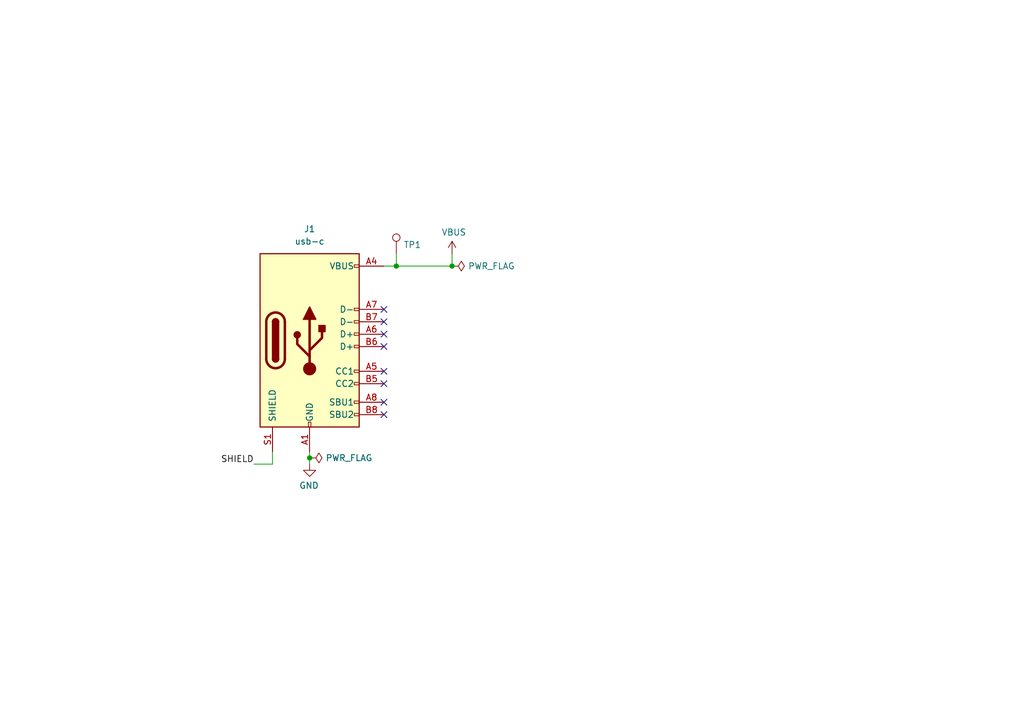
<source format=kicad_sch>
(kicad_sch (version 20211123) (generator eeschema)
  (paper "A5")
  (title_block (date "2022-07-17"))
  (lib_symbols
    (symbol "Connector:TestPoint" (pin_numbers hide) (pin_names (offset 0.762) hide)
      (property "Reference" "TP" (at 0 6.858 0))
      (property "Value" "TestPoint" (at 0 5.08 0))
      (symbol "TestPoint_0_1"
        (circle (center 0 3.302) (radius 0.762))
      )
      (symbol "TestPoint_1_1"
        (pin passive line (at 0 0 90) (length 2.54) (name "1") (number "1"))
      )
    )
    (symbol "dvtk_Device:12402012E212A" (pin_names (offset 1.016))
      (property "Reference" "J" (at -10.16 19.05 0))
      (property "Value" "12402012E212A" (at 19.05 19.05 0))
      (symbol "12402012E212A_0_0"
        (rectangle (start -0.254 -17.78) (end 0.254 -16.764))
        (rectangle (start 10.16 -14.986) (end 9.144 -15.494))
        (rectangle (start 10.16 -12.446) (end 9.144 -12.954))
        (rectangle (start 10.16 -8.636) (end 9.144 -9.144))
        (rectangle (start 10.16 -6.096) (end 9.144 -6.604))
        (rectangle (start 10.16 -1.016) (end 9.144 -1.524))
        (rectangle (start 10.16 1.524) (end 9.144 1.016))
        (rectangle (start 10.16 4.064) (end 9.144 3.556))
        (rectangle (start 10.16 6.604) (end 9.144 6.096))
        (rectangle (start 10.16 15.494) (end 9.144 14.986))
      )
      (symbol "12402012E212A_0_1"
        (rectangle (start -10.16 17.78) (end 10.16 -17.78) (stroke (width 0.254)) (fill (type background)))
        (arc (start -8.89 -3.81) (mid -6.985 -5.715) (end -5.08 -3.81) (stroke (width 0.508)))
        (arc (start -7.62 -3.81) (mid -6.985 -4.445) (end -6.35 -3.81) (stroke (width 0.254)))
        (arc (start -7.62 -3.81) (mid -6.985 -4.445) (end -6.35 -3.81) (stroke (width 0.254)) (fill (type outline)))
        (rectangle (start -7.62 -3.81) (end -6.35 3.81) (stroke (width 0.254)) (fill (type outline)))
        (arc (start -6.35 3.81) (mid -6.985 4.445) (end -7.62 3.81) (stroke (width 0.254)))
        (arc (start -6.35 3.81) (mid -6.985 4.445) (end -7.62 3.81) (stroke (width 0.254)) (fill (type outline)))
        (arc (start -5.08 3.81) (mid -6.985 5.715) (end -8.89 3.81) (stroke (width 0.508)))
        (circle (center -2.54 1.143) (radius 0.635) (stroke (width 0.254)) (fill (type outline)))
        (circle (center 0 -5.842) (radius 1.27) (fill (type outline)))
        (polyline (pts (xy -8.89 -3.81) (xy -8.89 3.81)) (stroke (width 0.508)))
        (polyline (pts (xy -5.08 3.81) (xy -5.08 -3.81)) (stroke (width 0.508)))
        (polyline (pts (xy 0 -5.842) (xy 0 4.318)) (stroke (width 0.508)))
        (polyline (pts (xy 0 -3.302) (xy -2.54 -0.762) (xy -2.54 0.508)) (stroke (width 0.508)))
        (polyline (pts (xy 0 -2.032) (xy 2.54 0.508) (xy 2.54 1.778)) (stroke (width 0.508)))
        (polyline (pts (xy -1.27 4.318) (xy 0 6.858) (xy 1.27 4.318) (xy -1.27 4.318)) (stroke (width 0.254)) (fill (type outline)))
        (rectangle (start 1.905 1.778) (end 3.175 3.048) (stroke (width 0.254)) (fill (type outline)))
      )
      (symbol "12402012E212A_1_1"
        (pin passive line (at 0 -22.86 90) (length 5.08) (name "GND") (number "A1"))
        (pin passive line (at 0 -22.86 90) (length 5.08) hide (name "GND") (number "A12"))
        (pin passive line (at 15.24 15.24 180) (length 5.08) (name "VBUS") (number "A4"))
        (pin bidirectional line (at 15.24 -6.35 180) (length 5.08) (name "CC1") (number "A5"))
        (pin bidirectional line (at 15.24 1.27 180) (length 5.08) (name "D+") (number "A6"))
        (pin bidirectional line (at 15.24 6.35 180) (length 5.08) (name "D-") (number "A7"))
        (pin bidirectional line (at 15.24 -12.7 180) (length 5.08) (name "SBU1") (number "A8"))
        (pin passive line (at 15.24 15.24 180) (length 5.08) hide (name "VBUS") (number "A9"))
        (pin passive line (at 0 -22.86 90) (length 5.08) hide (name "GND") (number "B1"))
        (pin passive line (at 0 -22.86 90) (length 5.08) hide (name "GND") (number "B12"))
        (pin passive line (at 15.24 15.24 180) (length 5.08) hide (name "VBUS") (number "B4"))
        (pin bidirectional line (at 15.24 -8.89 180) (length 5.08) (name "CC2") (number "B5"))
        (pin bidirectional line (at 15.24 -1.27 180) (length 5.08) (name "D+") (number "B6"))
        (pin bidirectional line (at 15.24 3.81 180) (length 5.08) (name "D-") (number "B7"))
        (pin bidirectional line (at 15.24 -15.24 180) (length 5.08) (name "SBU2") (number "B8"))
        (pin passive line (at 15.24 15.24 180) (length 5.08) hide (name "VBUS") (number "B9"))
        (pin passive line (at -7.62 -22.86 90) (length 5.08) (name "SHIELD") (number "S1"))
      )
    )
    (symbol "power:GND" (power) (pin_names (offset 0))
      (property "Value" "GND" (at 0 -3.81 0))
      (symbol "GND_0_1"
        (polyline (pts (xy 0 0) (xy 0 -1.27) (xy 1.27 -1.27) (xy 0 -2.54) (xy -1.27 -1.27) (xy 0 -1.27)))
      )
      (symbol "GND_1_1"
        (pin power_in line (at 0 0 270) (length 0) hide (name "GND") (number "1"))
      )
    )
    (symbol "power:PWR_FLAG" (power) (pin_numbers hide) (pin_names (offset 0) hide)
      (property "Value" "PWR_FLAG" (at 0 3.81 0))
      (symbol "PWR_FLAG_0_0"
        (pin power_out line (at 0 0 90) (length 0) (name "pwr") (number "1"))
      )
      (symbol "PWR_FLAG_0_1"
        (polyline (pts (xy 0 0) (xy 0 1.27) (xy -1.016 1.905) (xy 0 2.54) (xy 1.016 1.905) (xy 0 1.27)))
      )
    )
    (symbol "power:VBUS" (power) (pin_names (offset 0))
      (property "Value" "VBUS" (at 0 3.81 0))
      (symbol "VBUS_0_1"
        (polyline (pts (xy -0.762 1.27) (xy 0 2.54)))
        (polyline (pts (xy 0 0) (xy 0 2.54)))
        (polyline (pts (xy 0 2.54) (xy 0.762 1.27)))
      )
      (symbol "VBUS_1_1"
        (pin power_in line (at 0 0 90) (length 0) hide (name "VBUS") (number "1"))
      )
    )
  )
  (junction (at 63.5 93.98))
  (junction (at 92.71 54.61))
  (junction (at 81.28 54.61))
  (no_connect (at 78.74 66.04))
  (no_connect (at 78.74 68.58))
  (no_connect (at 78.74 63.5))
  (no_connect (at 78.74 76.2))
  (no_connect (at 78.74 78.74))
  (no_connect (at 78.74 82.55))
  (no_connect (at 78.74 71.12))
  (no_connect (at 78.74 85.09))
  (wire (pts (xy 55.88 95.25) (xy 52.07 95.25)))
  (wire (pts (xy 55.88 92.71) (xy 55.88 95.25)))
  (wire (pts (xy 81.28 52.07) (xy 81.28 54.61)))
  (wire (pts (xy 63.5 93.98) (xy 63.5 92.71)))
  (wire (pts (xy 63.5 95.25) (xy 63.5 93.98)))
  (wire (pts (xy 92.71 54.61) (xy 92.71 52.07)))
  (wire (pts (xy 81.28 54.61) (xy 92.71 54.61)))
  (wire (pts (xy 78.74 54.61) (xy 81.28 54.61)))
  (label "SHIELD" (at 52.07 95.25 180))
  (symbol (lib_id "power:PWR_FLAG") (at 92.71 54.61 270) (unit 1)
    (property "Reference" "#FLG07" (effects hide))
    (property "Value" "PWR_FLAG" (at 95.9612 54.61 90) (effects (justify left)))
  )
  (symbol (lib_id "dvtk_Device:12402012E212A") (at 63.5 69.85 0) (unit 1)
    (property "Reference" "J1" (at 63.5 46.99 0))
    (property "Value" "usb-c" (at 63.5 49.53 0))
    (property "Footprint" "Connector_USB:USB_C_Receptacle_Palconn_UTC16-G" (effects hide))
  )
  (symbol (lib_id "power:GND") (at 63.5 95.25 0) (mirror y) (unit 1)
    (property "Reference" "#PWR096" (effects hide))
    (property "Value" "GND" (at 63.373 99.6442 0))
  )
  (symbol (lib_id "power:VBUS") (at 92.71 52.07 0) (unit 1)
    (property "Reference" "#PWR089" (effects hide))
    (property "Value" "VBUS" (at 93.091 47.6758 0))
  )
  (symbol (lib_id "power:PWR_FLAG") (at 63.5 93.98 270) (unit 1)
    (property "Reference" "#FLG01" (effects hide))
    (property "Value" "PWR_FLAG" (at 66.7512 93.98 90) (effects (justify left)))
  )
  (symbol (lib_id "Connector:TestPoint") (at 81.28 52.07 0) (unit 1)
    (property "Reference" "TP1" (at 82.7532 50.2412 0) (effects (justify left)))
    (property "Value" "TestPoint" (effects hide))
    (property "Footprint" "TestPoint:TestPoint_Pad_D1.0mm" (effects hide))
  )
)
</source>
